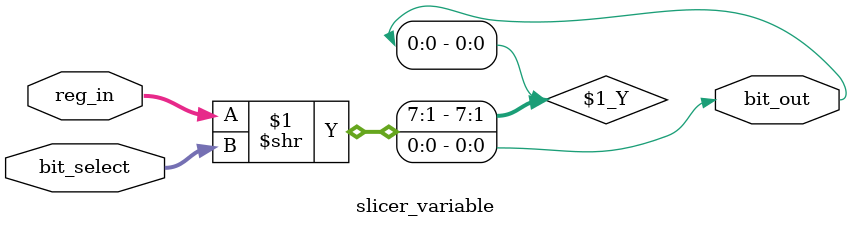
<source format=v>
`timescale 1ns / 1ps


module slicer_variable #
(
parameter SEL_WIDTH = 4,
parameter INPUT_WIDTH = 8
) 
(
    input wire signed     [SEL_WIDTH-1:0]    bit_select,
    input wire            [INPUT_WIDTH-1:0]  reg_in,
    
    (* retiming_backward = 1 *) output wire                            bit_out //Rename me!!
);
    
    assign bit_out = reg_in >> bit_select;
endmodule

</source>
